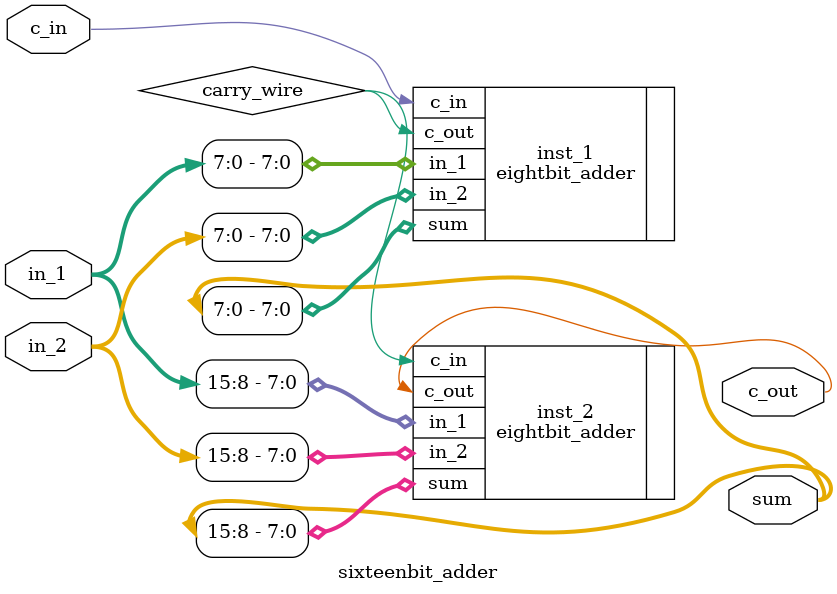
<source format=v>
`timescale 1ns / 1ps
module sixteenbit_adder(
    input [15:0] in_1,
    input [15:0] in_2,
    input c_in,
    output [15:0] sum,
    output c_out
    );

	wire carry_wire;
	// Instantiate eight bit adder 1
	eightbit_adder inst_1(
								.in_1(in_1[7:0]),
								.in_2(in_2[7:0]),
								.c_in(c_in),
								.c_out(carry_wire),
								.sum(sum[7:0])
								);
	// Instantiate eight bit adder 2
	eightbit_adder inst_2(
								.in_1(in_1[15:8]),
								.in_2(in_2[15:8]),
								.c_in(carry_wire),
								.c_out(c_out),
								.sum(sum[15:8])
								);

endmodule

</source>
